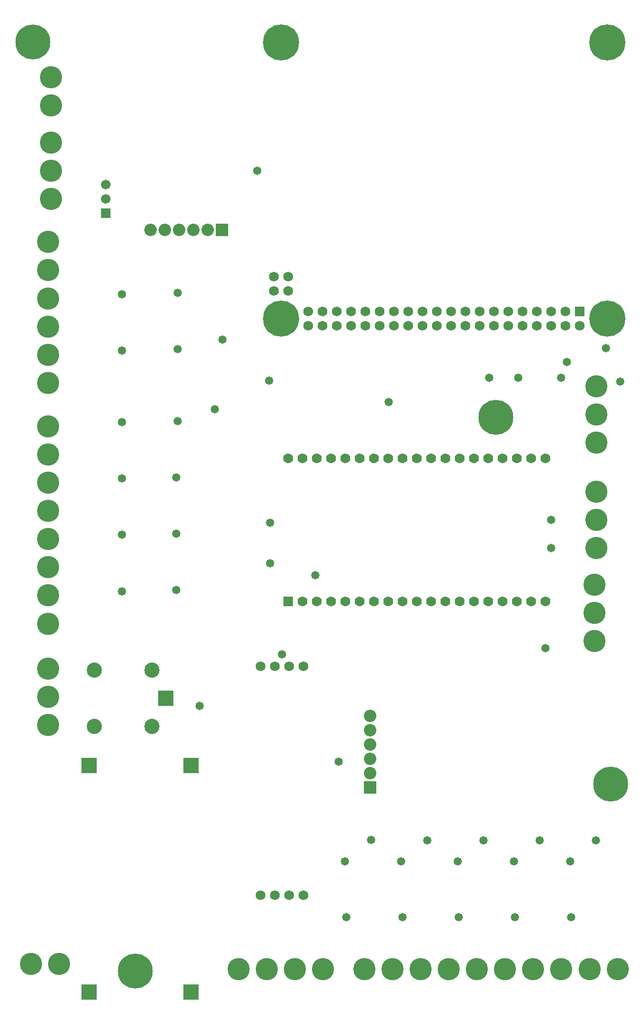
<source format=gbs>
G04*
G04 #@! TF.GenerationSoftware,Altium Limited,Altium Designer,19.1.5 (86)*
G04*
G04 Layer_Color=16711935*
%FSLAX25Y25*%
%MOIN*%
G70*
G01*
G75*
%ADD37C,0.24422*%
%ADD38C,0.15564*%
%ADD39R,0.08674X0.08674*%
%ADD40C,0.08674*%
%ADD41R,0.08674X0.08674*%
%ADD42C,0.06800*%
%ADD43R,0.06800X0.06800*%
%ADD44C,0.25210*%
%ADD45R,0.10800X0.10800*%
%ADD46R,0.10800X0.10800*%
%ADD47R,0.06942X0.06942*%
%ADD48C,0.06942*%
%ADD49C,0.06706*%
%ADD50R,0.06706X0.06706*%
%ADD51R,0.10642X0.10642*%
%ADD52C,0.10642*%
%ADD53C,0.05800*%
D37*
X346787Y414007D02*
D03*
X94488Y26984D02*
D03*
X22638Y676181D02*
D03*
X427165Y157480D02*
D03*
D38*
X416929Y342126D02*
D03*
Y322441D02*
D03*
Y361811D02*
D03*
Y415748D02*
D03*
Y396063D02*
D03*
Y435433D02*
D03*
X415748Y277165D02*
D03*
Y257480D02*
D03*
Y296850D02*
D03*
X35433Y651575D02*
D03*
Y631890D02*
D03*
X33500Y218504D02*
D03*
Y238189D02*
D03*
Y198819D02*
D03*
Y407480D02*
D03*
Y387795D02*
D03*
Y368110D02*
D03*
Y348425D02*
D03*
Y289370D02*
D03*
Y309055D02*
D03*
Y269685D02*
D03*
Y328740D02*
D03*
Y536392D02*
D03*
Y497022D02*
D03*
Y437967D02*
D03*
Y516707D02*
D03*
Y477337D02*
D03*
Y457652D02*
D03*
X372835Y28126D02*
D03*
X431890D02*
D03*
X392520D02*
D03*
X412205D02*
D03*
X353150D02*
D03*
X333465D02*
D03*
X313779D02*
D03*
X294094D02*
D03*
X254724D02*
D03*
X274410D02*
D03*
X35433Y586268D02*
D03*
Y605953D02*
D03*
Y566583D02*
D03*
X166634Y28126D02*
D03*
X225689D02*
D03*
X186319D02*
D03*
X206004D02*
D03*
X21260Y31890D02*
D03*
X40945D02*
D03*
D39*
X155118Y544882D02*
D03*
D40*
X145118D02*
D03*
X135118D02*
D03*
X125118D02*
D03*
X115118D02*
D03*
X105118D02*
D03*
X258563Y205217D02*
D03*
Y195217D02*
D03*
Y185216D02*
D03*
Y175216D02*
D03*
Y165217D02*
D03*
D41*
Y155217D02*
D03*
D42*
X191476Y502118D02*
D03*
X201476D02*
D03*
X191476Y512118D02*
D03*
X201476D02*
D03*
X215492Y478012D02*
D03*
X225492D02*
D03*
X235492D02*
D03*
X245492D02*
D03*
X255492D02*
D03*
X265492D02*
D03*
X215492Y488012D02*
D03*
X225492D02*
D03*
X235492D02*
D03*
X245492D02*
D03*
X255492D02*
D03*
X265492D02*
D03*
X275492Y478012D02*
D03*
Y488012D02*
D03*
X285492Y478012D02*
D03*
X295492D02*
D03*
X305492D02*
D03*
X315492D02*
D03*
X325492D02*
D03*
X335492D02*
D03*
X285492Y488012D02*
D03*
X295492D02*
D03*
X305492D02*
D03*
X315492D02*
D03*
X325492D02*
D03*
X335492D02*
D03*
X345492Y478012D02*
D03*
Y488012D02*
D03*
X355492Y478012D02*
D03*
X365492D02*
D03*
X375492D02*
D03*
X385492D02*
D03*
X395492D02*
D03*
X405492D02*
D03*
X355492Y488012D02*
D03*
X365492D02*
D03*
X375492D02*
D03*
X385492D02*
D03*
X395492D02*
D03*
X182160Y79724D02*
D03*
X192160D02*
D03*
X202160D02*
D03*
X212160D02*
D03*
Y239724D02*
D03*
X202160D02*
D03*
X192160D02*
D03*
X182160D02*
D03*
D43*
X405492Y488012D02*
D03*
D44*
X424665Y483012D02*
D03*
X196319D02*
D03*
Y675925D02*
D03*
X424665D02*
D03*
D45*
X133405Y12300D02*
D03*
X62005Y170400D02*
D03*
D46*
X133405D02*
D03*
X62005Y12300D02*
D03*
D47*
X201240Y285335D02*
D03*
D48*
X211240D02*
D03*
X381240D02*
D03*
X221240D02*
D03*
X231240D02*
D03*
X241240D02*
D03*
X251240D02*
D03*
X261240D02*
D03*
X271240D02*
D03*
X281240D02*
D03*
X291240D02*
D03*
X301240D02*
D03*
X311240D02*
D03*
X321240D02*
D03*
X331240D02*
D03*
X341240D02*
D03*
X351240D02*
D03*
X361240D02*
D03*
X371240D02*
D03*
X201240Y385335D02*
D03*
X211240D02*
D03*
X221240D02*
D03*
X231240D02*
D03*
X241240D02*
D03*
X251240D02*
D03*
X261240D02*
D03*
X271240D02*
D03*
X281240D02*
D03*
X291240D02*
D03*
X301240D02*
D03*
X311240D02*
D03*
X321240D02*
D03*
X331240D02*
D03*
X341240D02*
D03*
X351240D02*
D03*
X361240D02*
D03*
X371240D02*
D03*
X381240D02*
D03*
D49*
X73665Y566583D02*
D03*
Y576583D02*
D03*
D50*
Y556583D02*
D03*
D51*
X115784Y217505D02*
D03*
D52*
X65784Y197820D02*
D03*
X105941D02*
D03*
X65784Y237190D02*
D03*
X105941D02*
D03*
D53*
X197160Y248336D02*
D03*
X150179Y419370D02*
D03*
X188010Y439370D02*
D03*
X155521Y468110D02*
D03*
X423565Y462303D02*
D03*
X396419Y452658D02*
D03*
X381240Y252372D02*
D03*
X236614Y173290D02*
D03*
X399391Y64370D02*
D03*
X398632Y103681D02*
D03*
X360021Y64370D02*
D03*
X359261Y103681D02*
D03*
X320651Y64370D02*
D03*
X319891Y103681D02*
D03*
X280521D02*
D03*
X281281Y64370D02*
D03*
X241911D02*
D03*
X241151Y103681D02*
D03*
X139496Y212088D02*
D03*
X123031Y293101D02*
D03*
X84941Y292341D02*
D03*
X123031Y332471D02*
D03*
X84941Y331711D02*
D03*
X123031Y371841D02*
D03*
X84941Y371081D02*
D03*
X124025Y411211D02*
D03*
X84941Y410451D02*
D03*
X124025Y461382D02*
D03*
X84941Y460622D02*
D03*
Y499993D02*
D03*
X124016Y500778D02*
D03*
X392406Y441452D02*
D03*
X188583Y311811D02*
D03*
Y340158D02*
D03*
X220442Y303543D02*
D03*
X271693Y424370D02*
D03*
X342126Y441452D02*
D03*
X362485D02*
D03*
X385335Y322441D02*
D03*
Y342126D02*
D03*
X433661Y438976D02*
D03*
X179626Y586268D02*
D03*
X416705Y118304D02*
D03*
X377335D02*
D03*
X337965D02*
D03*
X298594D02*
D03*
X259424Y118504D02*
D03*
M02*

</source>
